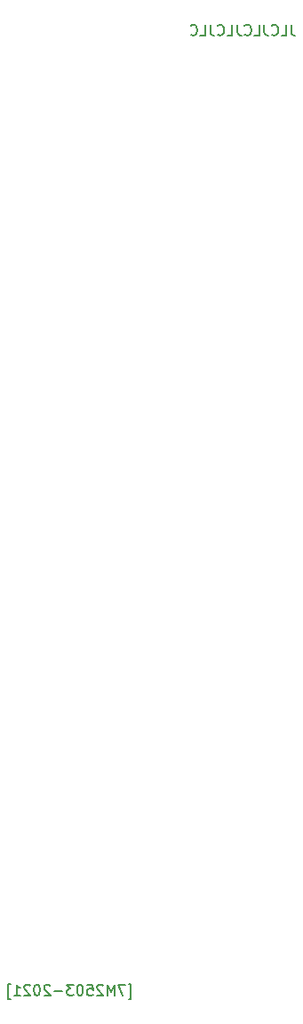
<source format=gbr>
%TF.GenerationSoftware,KiCad,Pcbnew,(5.1.9)-1*%
%TF.CreationDate,2021-03-31T06:49:38+07:00*%
%TF.ProjectId,Rev.1a,5265762e-3161-42e6-9b69-6361645f7063,rev?*%
%TF.SameCoordinates,Original*%
%TF.FileFunction,Legend,Bot*%
%TF.FilePolarity,Positive*%
%FSLAX46Y46*%
G04 Gerber Fmt 4.6, Leading zero omitted, Abs format (unit mm)*
G04 Created by KiCad (PCBNEW (5.1.9)-1) date 2021-03-31 06:49:38*
%MOMM*%
%LPD*%
G01*
G04 APERTURE LIST*
%ADD10C,0.150000*%
G04 APERTURE END LIST*
D10*
X80819047Y-31202380D02*
X80819047Y-31916666D01*
X80866666Y-32059523D01*
X80961904Y-32154761D01*
X81104761Y-32202380D01*
X81200000Y-32202380D01*
X79866666Y-32202380D02*
X80342857Y-32202380D01*
X80342857Y-31202380D01*
X78961904Y-32107142D02*
X79009523Y-32154761D01*
X79152380Y-32202380D01*
X79247619Y-32202380D01*
X79390476Y-32154761D01*
X79485714Y-32059523D01*
X79533333Y-31964285D01*
X79580952Y-31773809D01*
X79580952Y-31630952D01*
X79533333Y-31440476D01*
X79485714Y-31345238D01*
X79390476Y-31250000D01*
X79247619Y-31202380D01*
X79152380Y-31202380D01*
X79009523Y-31250000D01*
X78961904Y-31297619D01*
X78247619Y-31202380D02*
X78247619Y-31916666D01*
X78295238Y-32059523D01*
X78390476Y-32154761D01*
X78533333Y-32202380D01*
X78628571Y-32202380D01*
X77295238Y-32202380D02*
X77771428Y-32202380D01*
X77771428Y-31202380D01*
X76390476Y-32107142D02*
X76438095Y-32154761D01*
X76580952Y-32202380D01*
X76676190Y-32202380D01*
X76819047Y-32154761D01*
X76914285Y-32059523D01*
X76961904Y-31964285D01*
X77009523Y-31773809D01*
X77009523Y-31630952D01*
X76961904Y-31440476D01*
X76914285Y-31345238D01*
X76819047Y-31250000D01*
X76676190Y-31202380D01*
X76580952Y-31202380D01*
X76438095Y-31250000D01*
X76390476Y-31297619D01*
X75676190Y-31202380D02*
X75676190Y-31916666D01*
X75723809Y-32059523D01*
X75819047Y-32154761D01*
X75961904Y-32202380D01*
X76057142Y-32202380D01*
X74723809Y-32202380D02*
X75200000Y-32202380D01*
X75200000Y-31202380D01*
X73819047Y-32107142D02*
X73866666Y-32154761D01*
X74009523Y-32202380D01*
X74104761Y-32202380D01*
X74247619Y-32154761D01*
X74342857Y-32059523D01*
X74390476Y-31964285D01*
X74438095Y-31773809D01*
X74438095Y-31630952D01*
X74390476Y-31440476D01*
X74342857Y-31345238D01*
X74247619Y-31250000D01*
X74104761Y-31202380D01*
X74009523Y-31202380D01*
X73866666Y-31250000D01*
X73819047Y-31297619D01*
X73104761Y-31202380D02*
X73104761Y-31916666D01*
X73152380Y-32059523D01*
X73247619Y-32154761D01*
X73390476Y-32202380D01*
X73485714Y-32202380D01*
X72152380Y-32202380D02*
X72628571Y-32202380D01*
X72628571Y-31202380D01*
X71247619Y-32107142D02*
X71295238Y-32154761D01*
X71438095Y-32202380D01*
X71533333Y-32202380D01*
X71676190Y-32154761D01*
X71771428Y-32059523D01*
X71819047Y-31964285D01*
X71866666Y-31773809D01*
X71866666Y-31630952D01*
X71819047Y-31440476D01*
X71771428Y-31345238D01*
X71676190Y-31250000D01*
X71533333Y-31202380D01*
X71438095Y-31202380D01*
X71295238Y-31250000D01*
X71247619Y-31297619D01*
X65309047Y-123975714D02*
X65547142Y-123975714D01*
X65547142Y-122547142D01*
X65309047Y-122547142D01*
X65023333Y-122642380D02*
X64356666Y-122642380D01*
X64785238Y-123642380D01*
X63975714Y-123642380D02*
X63975714Y-122642380D01*
X63642380Y-123356666D01*
X63309047Y-122642380D01*
X63309047Y-123642380D01*
X62880476Y-122737619D02*
X62832857Y-122690000D01*
X62737619Y-122642380D01*
X62499523Y-122642380D01*
X62404285Y-122690000D01*
X62356666Y-122737619D01*
X62309047Y-122832857D01*
X62309047Y-122928095D01*
X62356666Y-123070952D01*
X62928095Y-123642380D01*
X62309047Y-123642380D01*
X61404285Y-122642380D02*
X61880476Y-122642380D01*
X61928095Y-123118571D01*
X61880476Y-123070952D01*
X61785238Y-123023333D01*
X61547142Y-123023333D01*
X61451904Y-123070952D01*
X61404285Y-123118571D01*
X61356666Y-123213809D01*
X61356666Y-123451904D01*
X61404285Y-123547142D01*
X61451904Y-123594761D01*
X61547142Y-123642380D01*
X61785238Y-123642380D01*
X61880476Y-123594761D01*
X61928095Y-123547142D01*
X60737619Y-122642380D02*
X60642380Y-122642380D01*
X60547142Y-122690000D01*
X60499523Y-122737619D01*
X60451904Y-122832857D01*
X60404285Y-123023333D01*
X60404285Y-123261428D01*
X60451904Y-123451904D01*
X60499523Y-123547142D01*
X60547142Y-123594761D01*
X60642380Y-123642380D01*
X60737619Y-123642380D01*
X60832857Y-123594761D01*
X60880476Y-123547142D01*
X60928095Y-123451904D01*
X60975714Y-123261428D01*
X60975714Y-123023333D01*
X60928095Y-122832857D01*
X60880476Y-122737619D01*
X60832857Y-122690000D01*
X60737619Y-122642380D01*
X60070952Y-122642380D02*
X59451904Y-122642380D01*
X59785238Y-123023333D01*
X59642380Y-123023333D01*
X59547142Y-123070952D01*
X59499523Y-123118571D01*
X59451904Y-123213809D01*
X59451904Y-123451904D01*
X59499523Y-123547142D01*
X59547142Y-123594761D01*
X59642380Y-123642380D01*
X59928095Y-123642380D01*
X60023333Y-123594761D01*
X60070952Y-123547142D01*
X59023333Y-123261428D02*
X58261428Y-123261428D01*
X57832857Y-122737619D02*
X57785238Y-122690000D01*
X57690000Y-122642380D01*
X57451904Y-122642380D01*
X57356666Y-122690000D01*
X57309047Y-122737619D01*
X57261428Y-122832857D01*
X57261428Y-122928095D01*
X57309047Y-123070952D01*
X57880476Y-123642380D01*
X57261428Y-123642380D01*
X56642380Y-122642380D02*
X56547142Y-122642380D01*
X56451904Y-122690000D01*
X56404285Y-122737619D01*
X56356666Y-122832857D01*
X56309047Y-123023333D01*
X56309047Y-123261428D01*
X56356666Y-123451904D01*
X56404285Y-123547142D01*
X56451904Y-123594761D01*
X56547142Y-123642380D01*
X56642380Y-123642380D01*
X56737619Y-123594761D01*
X56785238Y-123547142D01*
X56832857Y-123451904D01*
X56880476Y-123261428D01*
X56880476Y-123023333D01*
X56832857Y-122832857D01*
X56785238Y-122737619D01*
X56737619Y-122690000D01*
X56642380Y-122642380D01*
X55928095Y-122737619D02*
X55880476Y-122690000D01*
X55785238Y-122642380D01*
X55547142Y-122642380D01*
X55451904Y-122690000D01*
X55404285Y-122737619D01*
X55356666Y-122832857D01*
X55356666Y-122928095D01*
X55404285Y-123070952D01*
X55975714Y-123642380D01*
X55356666Y-123642380D01*
X54404285Y-123642380D02*
X54975714Y-123642380D01*
X54690000Y-123642380D02*
X54690000Y-122642380D01*
X54785238Y-122785238D01*
X54880476Y-122880476D01*
X54975714Y-122928095D01*
X54070952Y-123975714D02*
X53832857Y-123975714D01*
X53832857Y-122547142D01*
X54070952Y-122547142D01*
M02*

</source>
